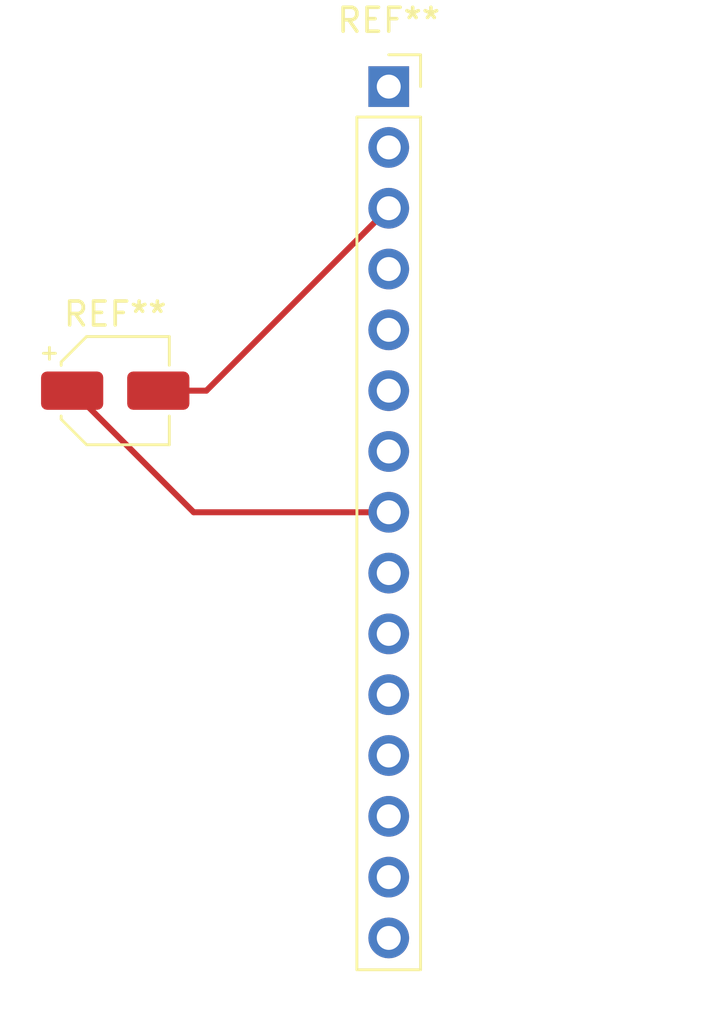
<source format=kicad_pcb>
(kicad_pcb (version 20171130) (host pcbnew "(5.1.5)-3")

  (general
    (thickness 1.6)
    (drawings 0)
    (tracks 4)
    (zones 0)
    (modules 2)
    (nets 1)
  )

  (page A4)
  (layers
    (0 F.Cu signal)
    (31 B.Cu signal)
    (32 B.Adhes user)
    (33 F.Adhes user)
    (34 B.Paste user)
    (35 F.Paste user)
    (36 B.SilkS user)
    (37 F.SilkS user)
    (38 B.Mask user)
    (39 F.Mask user)
    (40 Dwgs.User user)
    (41 Cmts.User user)
    (42 Eco1.User user)
    (43 Eco2.User user)
    (44 Edge.Cuts user)
    (45 Margin user)
    (46 B.CrtYd user)
    (47 F.CrtYd user)
    (48 B.Fab user)
    (49 F.Fab user)
  )

  (setup
    (last_trace_width 0.25)
    (trace_clearance 0.2)
    (zone_clearance 0.508)
    (zone_45_only no)
    (trace_min 0.2)
    (via_size 0.8)
    (via_drill 0.4)
    (via_min_size 0.4)
    (via_min_drill 0.3)
    (uvia_size 0.3)
    (uvia_drill 0.1)
    (uvias_allowed no)
    (uvia_min_size 0.2)
    (uvia_min_drill 0.1)
    (edge_width 0.05)
    (segment_width 0.2)
    (pcb_text_width 0.3)
    (pcb_text_size 1.5 1.5)
    (mod_edge_width 0.12)
    (mod_text_size 1 1)
    (mod_text_width 0.15)
    (pad_size 1.524 1.524)
    (pad_drill 0.762)
    (pad_to_mask_clearance 0.051)
    (solder_mask_min_width 0.25)
    (aux_axis_origin 0 0)
    (visible_elements FFFFFF7F)
    (pcbplotparams
      (layerselection 0x010fc_ffffffff)
      (usegerberextensions false)
      (usegerberattributes false)
      (usegerberadvancedattributes false)
      (creategerberjobfile false)
      (excludeedgelayer true)
      (linewidth 0.100000)
      (plotframeref false)
      (viasonmask false)
      (mode 1)
      (useauxorigin false)
      (hpglpennumber 1)
      (hpglpenspeed 20)
      (hpglpendiameter 15.000000)
      (psnegative false)
      (psa4output false)
      (plotreference true)
      (plotvalue true)
      (plotinvisibletext false)
      (padsonsilk false)
      (subtractmaskfromsilk false)
      (outputformat 1)
      (mirror false)
      (drillshape 1)
      (scaleselection 1)
      (outputdirectory ""))
  )

  (net 0 "")

  (net_class Default "Это класс цепей по умолчанию."
    (clearance 0.2)
    (trace_width 0.25)
    (via_dia 0.8)
    (via_drill 0.4)
    (uvia_dia 0.3)
    (uvia_drill 0.1)
  )

  (module Connector_PinSocket_2.54mm:PinSocket_1x15_P2.54mm_Vertical (layer F.Cu) (tedit 5A19A41D) (tstamp 5E5C85D8)
    (at 123.19 64.77)
    (descr "Through hole straight socket strip, 1x15, 2.54mm pitch, single row (from Kicad 4.0.7), script generated")
    (tags "Through hole socket strip THT 1x15 2.54mm single row")
    (fp_text reference REF** (at 0 -2.77) (layer F.SilkS)
      (effects (font (size 1 1) (thickness 0.15)))
    )
    (fp_text value PinSocket_1x15_P2.54mm_Vertical (at 0 38.33) (layer F.Fab)
      (effects (font (size 1 1) (thickness 0.15)))
    )
    (fp_text user %R (at 0 17.78 90) (layer F.Fab)
      (effects (font (size 1 1) (thickness 0.15)))
    )
    (fp_line (start -1.8 37.3) (end -1.8 -1.8) (layer F.CrtYd) (width 0.05))
    (fp_line (start 1.75 37.3) (end -1.8 37.3) (layer F.CrtYd) (width 0.05))
    (fp_line (start 1.75 -1.8) (end 1.75 37.3) (layer F.CrtYd) (width 0.05))
    (fp_line (start -1.8 -1.8) (end 1.75 -1.8) (layer F.CrtYd) (width 0.05))
    (fp_line (start 0 -1.33) (end 1.33 -1.33) (layer F.SilkS) (width 0.12))
    (fp_line (start 1.33 -1.33) (end 1.33 0) (layer F.SilkS) (width 0.12))
    (fp_line (start 1.33 1.27) (end 1.33 36.89) (layer F.SilkS) (width 0.12))
    (fp_line (start -1.33 36.89) (end 1.33 36.89) (layer F.SilkS) (width 0.12))
    (fp_line (start -1.33 1.27) (end -1.33 36.89) (layer F.SilkS) (width 0.12))
    (fp_line (start -1.33 1.27) (end 1.33 1.27) (layer F.SilkS) (width 0.12))
    (fp_line (start -1.27 36.83) (end -1.27 -1.27) (layer F.Fab) (width 0.1))
    (fp_line (start 1.27 36.83) (end -1.27 36.83) (layer F.Fab) (width 0.1))
    (fp_line (start 1.27 -0.635) (end 1.27 36.83) (layer F.Fab) (width 0.1))
    (fp_line (start 0.635 -1.27) (end 1.27 -0.635) (layer F.Fab) (width 0.1))
    (fp_line (start -1.27 -1.27) (end 0.635 -1.27) (layer F.Fab) (width 0.1))
    (pad 15 thru_hole oval (at 0 35.56) (size 1.7 1.7) (drill 1) (layers *.Cu *.Mask))
    (pad 14 thru_hole oval (at 0 33.02) (size 1.7 1.7) (drill 1) (layers *.Cu *.Mask))
    (pad 13 thru_hole oval (at 0 30.48) (size 1.7 1.7) (drill 1) (layers *.Cu *.Mask))
    (pad 12 thru_hole oval (at 0 27.94) (size 1.7 1.7) (drill 1) (layers *.Cu *.Mask))
    (pad 11 thru_hole oval (at 0 25.4) (size 1.7 1.7) (drill 1) (layers *.Cu *.Mask))
    (pad 10 thru_hole oval (at 0 22.86) (size 1.7 1.7) (drill 1) (layers *.Cu *.Mask))
    (pad 9 thru_hole oval (at 0 20.32) (size 1.7 1.7) (drill 1) (layers *.Cu *.Mask))
    (pad 8 thru_hole oval (at 0 17.78) (size 1.7 1.7) (drill 1) (layers *.Cu *.Mask))
    (pad 7 thru_hole oval (at 0 15.24) (size 1.7 1.7) (drill 1) (layers *.Cu *.Mask))
    (pad 6 thru_hole oval (at 0 12.7) (size 1.7 1.7) (drill 1) (layers *.Cu *.Mask))
    (pad 5 thru_hole oval (at 0 10.16) (size 1.7 1.7) (drill 1) (layers *.Cu *.Mask))
    (pad 4 thru_hole oval (at 0 7.62) (size 1.7 1.7) (drill 1) (layers *.Cu *.Mask))
    (pad 3 thru_hole oval (at 0 5.08) (size 1.7 1.7) (drill 1) (layers *.Cu *.Mask))
    (pad 2 thru_hole oval (at 0 2.54) (size 1.7 1.7) (drill 1) (layers *.Cu *.Mask))
    (pad 1 thru_hole rect (at 0 0) (size 1.7 1.7) (drill 1) (layers *.Cu *.Mask))
    (model ${KISYS3DMOD}/Connector_PinSocket_2.54mm.3dshapes/PinSocket_1x15_P2.54mm_Vertical.wrl
      (at (xyz 0 0 0))
      (scale (xyz 1 1 1))
      (rotate (xyz 0 0 0))
    )
  )

  (module Capacitor_SMD:CP_Elec_4x3 (layer F.Cu) (tedit 5BCA39CF) (tstamp 5E5C7EFE)
    (at 111.76 77.47)
    (descr "SMD capacitor, aluminum electrolytic, Nichicon, 4.0x3mm")
    (tags "capacitor electrolytic")
    (attr smd)
    (fp_text reference REF** (at 0 -3.2) (layer F.SilkS)
      (effects (font (size 1 1) (thickness 0.15)))
    )
    (fp_text value CP_Elec_4x3 (at 0 3.2) (layer F.Fab)
      (effects (font (size 1 1) (thickness 0.15)))
    )
    (fp_text user %R (at 0 0) (layer F.Fab)
      (effects (font (size 0.8 0.8) (thickness 0.12)))
    )
    (fp_line (start -3.35 1.05) (end -2.4 1.05) (layer F.CrtYd) (width 0.05))
    (fp_line (start -3.35 -1.05) (end -3.35 1.05) (layer F.CrtYd) (width 0.05))
    (fp_line (start -2.4 -1.05) (end -3.35 -1.05) (layer F.CrtYd) (width 0.05))
    (fp_line (start -2.4 1.05) (end -2.4 1.25) (layer F.CrtYd) (width 0.05))
    (fp_line (start -2.4 -1.25) (end -2.4 -1.05) (layer F.CrtYd) (width 0.05))
    (fp_line (start -2.4 -1.25) (end -1.25 -2.4) (layer F.CrtYd) (width 0.05))
    (fp_line (start -2.4 1.25) (end -1.25 2.4) (layer F.CrtYd) (width 0.05))
    (fp_line (start -1.25 -2.4) (end 2.4 -2.4) (layer F.CrtYd) (width 0.05))
    (fp_line (start -1.25 2.4) (end 2.4 2.4) (layer F.CrtYd) (width 0.05))
    (fp_line (start 2.4 1.05) (end 2.4 2.4) (layer F.CrtYd) (width 0.05))
    (fp_line (start 3.35 1.05) (end 2.4 1.05) (layer F.CrtYd) (width 0.05))
    (fp_line (start 3.35 -1.05) (end 3.35 1.05) (layer F.CrtYd) (width 0.05))
    (fp_line (start 2.4 -1.05) (end 3.35 -1.05) (layer F.CrtYd) (width 0.05))
    (fp_line (start 2.4 -2.4) (end 2.4 -1.05) (layer F.CrtYd) (width 0.05))
    (fp_line (start -2.75 -1.81) (end -2.75 -1.31) (layer F.SilkS) (width 0.12))
    (fp_line (start -3 -1.56) (end -2.5 -1.56) (layer F.SilkS) (width 0.12))
    (fp_line (start -2.26 1.195563) (end -1.195563 2.26) (layer F.SilkS) (width 0.12))
    (fp_line (start -2.26 -1.195563) (end -1.195563 -2.26) (layer F.SilkS) (width 0.12))
    (fp_line (start -2.26 -1.195563) (end -2.26 -1.06) (layer F.SilkS) (width 0.12))
    (fp_line (start -2.26 1.195563) (end -2.26 1.06) (layer F.SilkS) (width 0.12))
    (fp_line (start -1.195563 2.26) (end 2.26 2.26) (layer F.SilkS) (width 0.12))
    (fp_line (start -1.195563 -2.26) (end 2.26 -2.26) (layer F.SilkS) (width 0.12))
    (fp_line (start 2.26 -2.26) (end 2.26 -1.06) (layer F.SilkS) (width 0.12))
    (fp_line (start 2.26 2.26) (end 2.26 1.06) (layer F.SilkS) (width 0.12))
    (fp_line (start -1.374773 -1.2) (end -1.374773 -0.8) (layer F.Fab) (width 0.1))
    (fp_line (start -1.574773 -1) (end -1.174773 -1) (layer F.Fab) (width 0.1))
    (fp_line (start -2.15 1.15) (end -1.15 2.15) (layer F.Fab) (width 0.1))
    (fp_line (start -2.15 -1.15) (end -1.15 -2.15) (layer F.Fab) (width 0.1))
    (fp_line (start -2.15 -1.15) (end -2.15 1.15) (layer F.Fab) (width 0.1))
    (fp_line (start -1.15 2.15) (end 2.15 2.15) (layer F.Fab) (width 0.1))
    (fp_line (start -1.15 -2.15) (end 2.15 -2.15) (layer F.Fab) (width 0.1))
    (fp_line (start 2.15 -2.15) (end 2.15 2.15) (layer F.Fab) (width 0.1))
    (fp_circle (center 0 0) (end 2 0) (layer F.Fab) (width 0.1))
    (pad 2 smd roundrect (at 1.8 0) (size 2.6 1.6) (layers F.Cu F.Paste F.Mask) (roundrect_rratio 0.15625))
    (pad 1 smd roundrect (at -1.8 0) (size 2.6 1.6) (layers F.Cu F.Paste F.Mask) (roundrect_rratio 0.15625))
    (model ${KISYS3DMOD}/Capacitor_SMD.3dshapes/CP_Elec_4x3.wrl
      (at (xyz 0 0 0))
      (scale (xyz 1 1 1))
      (rotate (xyz 0 0 0))
    )
  )

  (segment (start 115.57 77.47) (end 123.19 69.85) (width 0.25) (layer F.Cu) (net 0))
  (segment (start 113.56 77.47) (end 115.57 77.47) (width 0.25) (layer F.Cu) (net 0))
  (segment (start 115.04 82.55) (end 123.19 82.55) (width 0.25) (layer F.Cu) (net 0))
  (segment (start 109.96 77.47) (end 115.04 82.55) (width 0.25) (layer F.Cu) (net 0))

)

</source>
